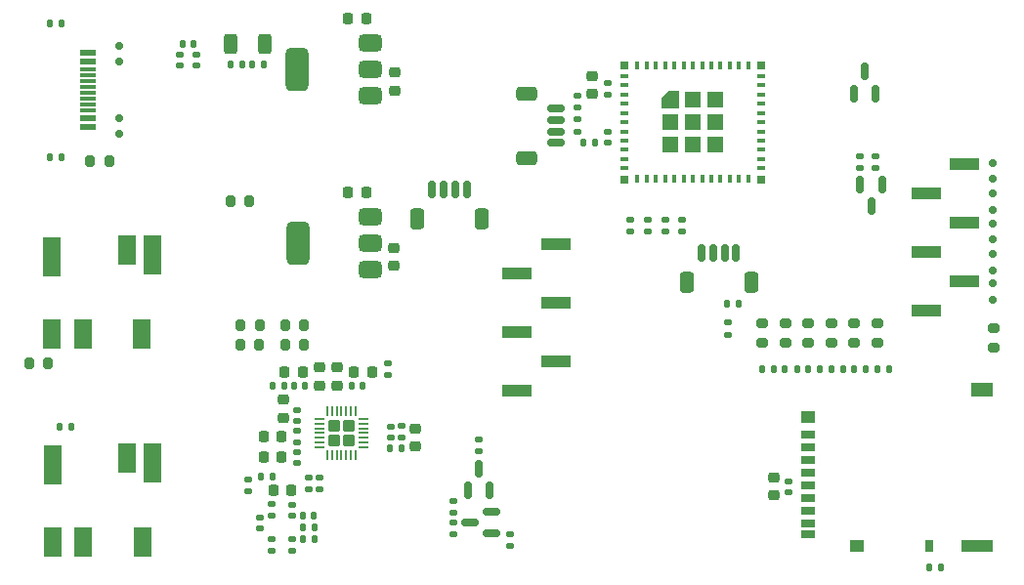
<source format=gbr>
%TF.GenerationSoftware,KiCad,Pcbnew,8.0.8-8.0.8-0~ubuntu24.04.1*%
%TF.CreationDate,2025-05-06T14:12:03+03:00*%
%TF.ProjectId,kicad_soundcard_dev_v0,6b696361-645f-4736-9f75-6e6463617264,rev?*%
%TF.SameCoordinates,Original*%
%TF.FileFunction,Paste,Top*%
%TF.FilePolarity,Positive*%
%FSLAX46Y46*%
G04 Gerber Fmt 4.6, Leading zero omitted, Abs format (unit mm)*
G04 Created by KiCad (PCBNEW 8.0.8-8.0.8-0~ubuntu24.04.1) date 2025-05-06 14:12:03*
%MOMM*%
%LPD*%
G01*
G04 APERTURE LIST*
G04 Aperture macros list*
%AMRoundRect*
0 Rectangle with rounded corners*
0 $1 Rounding radius*
0 $2 $3 $4 $5 $6 $7 $8 $9 X,Y pos of 4 corners*
0 Add a 4 corners polygon primitive as box body*
4,1,4,$2,$3,$4,$5,$6,$7,$8,$9,$2,$3,0*
0 Add four circle primitives for the rounded corners*
1,1,$1+$1,$2,$3*
1,1,$1+$1,$4,$5*
1,1,$1+$1,$6,$7*
1,1,$1+$1,$8,$9*
0 Add four rect primitives between the rounded corners*
20,1,$1+$1,$2,$3,$4,$5,0*
20,1,$1+$1,$4,$5,$6,$7,0*
20,1,$1+$1,$6,$7,$8,$9,0*
20,1,$1+$1,$8,$9,$2,$3,0*%
%AMFreePoly0*
4,1,6,0.725000,-0.725000,-0.725000,-0.725000,-0.725000,0.125000,-0.125000,0.725000,0.725000,0.725000,0.725000,-0.725000,0.725000,-0.725000,$1*%
G04 Aperture macros list end*
%ADD10R,0.800000X0.400000*%
%ADD11R,0.400000X0.800000*%
%ADD12FreePoly0,0.000000*%
%ADD13R,1.450000X1.450000*%
%ADD14R,0.700000X0.700000*%
%ADD15RoundRect,0.135000X0.185000X-0.135000X0.185000X0.135000X-0.185000X0.135000X-0.185000X-0.135000X0*%
%ADD16RoundRect,0.140000X-0.170000X0.140000X-0.170000X-0.140000X0.170000X-0.140000X0.170000X0.140000X0*%
%ADD17RoundRect,0.135000X-0.185000X0.135000X-0.185000X-0.135000X0.185000X-0.135000X0.185000X0.135000X0*%
%ADD18RoundRect,0.225000X-0.250000X0.225000X-0.250000X-0.225000X0.250000X-0.225000X0.250000X0.225000X0*%
%ADD19R,2.510000X1.000000*%
%ADD20RoundRect,0.140000X0.140000X0.170000X-0.140000X0.170000X-0.140000X-0.170000X0.140000X-0.170000X0*%
%ADD21RoundRect,0.250000X-0.312500X-0.625000X0.312500X-0.625000X0.312500X0.625000X-0.312500X0.625000X0*%
%ADD22RoundRect,0.150000X0.150000X-0.587500X0.150000X0.587500X-0.150000X0.587500X-0.150000X-0.587500X0*%
%ADD23RoundRect,0.140000X0.170000X-0.140000X0.170000X0.140000X-0.170000X0.140000X-0.170000X-0.140000X0*%
%ADD24RoundRect,0.200000X0.275000X-0.200000X0.275000X0.200000X-0.275000X0.200000X-0.275000X-0.200000X0*%
%ADD25RoundRect,0.135000X-0.135000X-0.185000X0.135000X-0.185000X0.135000X0.185000X-0.135000X0.185000X0*%
%ADD26RoundRect,0.200000X0.200000X0.275000X-0.200000X0.275000X-0.200000X-0.275000X0.200000X-0.275000X0*%
%ADD27RoundRect,0.225000X0.225000X0.250000X-0.225000X0.250000X-0.225000X-0.250000X0.225000X-0.250000X0*%
%ADD28R,1.500000X2.500000*%
%ADD29R,1.500000X3.400000*%
%ADD30RoundRect,0.225000X-0.225000X-0.250000X0.225000X-0.250000X0.225000X0.250000X-0.225000X0.250000X0*%
%ADD31RoundRect,0.150000X-0.150000X0.587500X-0.150000X-0.587500X0.150000X-0.587500X0.150000X0.587500X0*%
%ADD32RoundRect,0.150000X0.200000X-0.150000X0.200000X0.150000X-0.200000X0.150000X-0.200000X-0.150000X0*%
%ADD33R,1.450000X0.600000*%
%ADD34R,1.450000X0.300000*%
%ADD35RoundRect,0.140000X-0.140000X-0.170000X0.140000X-0.170000X0.140000X0.170000X-0.140000X0.170000X0*%
%ADD36RoundRect,0.200000X-0.200000X-0.275000X0.200000X-0.275000X0.200000X0.275000X-0.200000X0.275000X0*%
%ADD37RoundRect,0.135000X0.135000X0.185000X-0.135000X0.185000X-0.135000X-0.185000X0.135000X-0.185000X0*%
%ADD38RoundRect,0.150000X-0.200000X0.150000X-0.200000X-0.150000X0.200000X-0.150000X0.200000X0.150000X0*%
%ADD39RoundRect,0.225000X0.250000X-0.225000X0.250000X0.225000X-0.250000X0.225000X-0.250000X-0.225000X0*%
%ADD40RoundRect,0.147500X0.147500X0.172500X-0.147500X0.172500X-0.147500X-0.172500X0.147500X-0.172500X0*%
%ADD41RoundRect,0.250000X0.275000X0.275000X-0.275000X0.275000X-0.275000X-0.275000X0.275000X-0.275000X0*%
%ADD42RoundRect,0.050000X0.387500X0.050000X-0.387500X0.050000X-0.387500X-0.050000X0.387500X-0.050000X0*%
%ADD43RoundRect,0.050000X0.050000X0.387500X-0.050000X0.387500X-0.050000X-0.387500X0.050000X-0.387500X0*%
%ADD44RoundRect,0.150000X0.150000X0.625000X-0.150000X0.625000X-0.150000X-0.625000X0.150000X-0.625000X0*%
%ADD45RoundRect,0.250000X0.350000X0.650000X-0.350000X0.650000X-0.350000X-0.650000X0.350000X-0.650000X0*%
%ADD46RoundRect,0.375000X0.625000X0.375000X-0.625000X0.375000X-0.625000X-0.375000X0.625000X-0.375000X0*%
%ADD47RoundRect,0.500000X0.500000X1.400000X-0.500000X1.400000X-0.500000X-1.400000X0.500000X-1.400000X0*%
%ADD48RoundRect,0.150000X0.625000X-0.150000X0.625000X0.150000X-0.625000X0.150000X-0.625000X-0.150000X0*%
%ADD49RoundRect,0.250000X0.650000X-0.350000X0.650000X0.350000X-0.650000X0.350000X-0.650000X-0.350000X0*%
%ADD50RoundRect,0.150000X0.587500X0.150000X-0.587500X0.150000X-0.587500X-0.150000X0.587500X-0.150000X0*%
%ADD51RoundRect,0.147500X-0.147500X-0.172500X0.147500X-0.172500X0.147500X0.172500X-0.147500X0.172500X0*%
%ADD52R,1.200000X0.700000*%
%ADD53R,0.800000X1.000000*%
%ADD54R,1.200000X1.000000*%
%ADD55R,2.800000X1.000000*%
%ADD56R,1.900000X1.300000*%
G04 APERTURE END LIST*
D10*
%TO.C,U201*%
X192600000Y-67300000D03*
X192600000Y-68100000D03*
X192600000Y-68900000D03*
X192600000Y-69700000D03*
X192600000Y-70500000D03*
X192600000Y-71300000D03*
X192600000Y-72100000D03*
X192600000Y-72900000D03*
X192600000Y-73700000D03*
X192600000Y-74500000D03*
X192600000Y-75300000D03*
D11*
X193700000Y-76200000D03*
X194500000Y-76200000D03*
X195300000Y-76200000D03*
X196100000Y-76200000D03*
X196900000Y-76200000D03*
X197700000Y-76200000D03*
X198500000Y-76200000D03*
X199300000Y-76200000D03*
X200100000Y-76200000D03*
X200900000Y-76200000D03*
X201700000Y-76200000D03*
X202500000Y-76200000D03*
X203300000Y-76200000D03*
D10*
X204400000Y-75300000D03*
X204400000Y-74500000D03*
X204400000Y-73700000D03*
X204400000Y-72900000D03*
X204400000Y-72100000D03*
X204400000Y-71300000D03*
X204400000Y-70500000D03*
X204400000Y-69700000D03*
X204400000Y-68900000D03*
X204400000Y-68100000D03*
X204400000Y-67300000D03*
D11*
X203300000Y-66400000D03*
X202500000Y-66400000D03*
X201700000Y-66400000D03*
X200900000Y-66400000D03*
X200100000Y-66400000D03*
X199300000Y-66400000D03*
X198500000Y-66400000D03*
X197700000Y-66400000D03*
X196900000Y-66400000D03*
X196100000Y-66400000D03*
X195300000Y-66400000D03*
X194500000Y-66400000D03*
X193700000Y-66400000D03*
D12*
X196525000Y-69325000D03*
D13*
X196525000Y-71300000D03*
X196525000Y-73275000D03*
X198500000Y-69325000D03*
X198500000Y-71300000D03*
X198500000Y-73275000D03*
X200475000Y-69325000D03*
X200475000Y-71300000D03*
X200475000Y-73275000D03*
D14*
X204450000Y-66350000D03*
X204450000Y-76250000D03*
X192550000Y-76250000D03*
X192550000Y-66350000D03*
%TD*%
D15*
%TO.C,R202*%
X188500000Y-72100000D03*
X188500000Y-71080000D03*
%TD*%
D16*
%TO.C,C416*%
X166187500Y-102150000D03*
X166187500Y-103110000D03*
%TD*%
D17*
%TO.C,R415*%
X162000000Y-107440000D03*
X162000000Y-108460000D03*
%TD*%
D18*
%TO.C,C106*%
X172630000Y-67015000D03*
X172630000Y-68565000D03*
%TD*%
D17*
%TO.C,R405*%
X196100000Y-79780000D03*
X196100000Y-80800000D03*
%TD*%
D19*
%TO.C,J203*%
X186600000Y-81850000D03*
X183290000Y-84390000D03*
X186600000Y-86930000D03*
X183290000Y-89470000D03*
X186600000Y-92010000D03*
X183290000Y-94550000D03*
%TD*%
D20*
%TO.C,C418*%
X165680000Y-105450000D03*
X164720000Y-105450000D03*
%TD*%
D21*
%TO.C,R106*%
X158465000Y-64520000D03*
X161390000Y-64520000D03*
%TD*%
D16*
%TO.C,C419*%
X161000000Y-105570000D03*
X161000000Y-106530000D03*
%TD*%
D17*
%TO.C,R422*%
X177750000Y-104140000D03*
X177750000Y-105160000D03*
%TD*%
D22*
%TO.C,Q402*%
X179000000Y-103225000D03*
X180900000Y-103225000D03*
X179950000Y-101350000D03*
%TD*%
D23*
%TO.C,C402*%
X172287500Y-98630000D03*
X172287500Y-97670000D03*
%TD*%
D16*
%TO.C,C101*%
X154075000Y-65460000D03*
X154075000Y-66420000D03*
%TD*%
D24*
%TO.C,R216*%
X208500000Y-90425000D03*
X208500000Y-88775000D03*
%TD*%
%TO.C,R221*%
X224600000Y-90825000D03*
X224600000Y-89175000D03*
%TD*%
D20*
%TO.C,C420*%
X165700000Y-107450000D03*
X164740000Y-107450000D03*
%TD*%
D25*
%TO.C,R213*%
X206490000Y-92700000D03*
X207510000Y-92700000D03*
%TD*%
D26*
%TO.C,R420*%
X142625000Y-92200000D03*
X140975000Y-92200000D03*
%TD*%
D17*
%TO.C,R206*%
X212995000Y-74280000D03*
X212995000Y-75300000D03*
%TD*%
D25*
%TO.C,R101*%
X142740000Y-74300000D03*
X143760000Y-74300000D03*
%TD*%
D24*
%TO.C,R219*%
X214500000Y-90400000D03*
X214500000Y-88750000D03*
%TD*%
D18*
%TO.C,C405*%
X162990000Y-95360000D03*
X162990000Y-96910000D03*
%TD*%
D15*
%TO.C,R423*%
X177750000Y-107060000D03*
X177750000Y-106040000D03*
%TD*%
D23*
%TO.C,C411*%
X164190000Y-100850000D03*
X164190000Y-99890000D03*
%TD*%
D18*
%TO.C,C425*%
X167650000Y-92575000D03*
X167650000Y-94125000D03*
%TD*%
D27*
%TO.C,C103*%
X170175000Y-77400000D03*
X168625000Y-77400000D03*
%TD*%
D24*
%TO.C,R217*%
X210500000Y-90425000D03*
X210500000Y-88775000D03*
%TD*%
%TO.C,R214*%
X206500000Y-90425000D03*
X206500000Y-88775000D03*
%TD*%
D17*
%TO.C,R406*%
X194600000Y-79790000D03*
X194600000Y-80810000D03*
%TD*%
%TO.C,R424*%
X179950000Y-98840000D03*
X179950000Y-99860000D03*
%TD*%
D28*
%TO.C,J401*%
X145700000Y-107700000D03*
X150800000Y-107700000D03*
D29*
X143000000Y-101050000D03*
D28*
X143000000Y-107700000D03*
X149500000Y-100400000D03*
D29*
X151700000Y-100850000D03*
%TD*%
D17*
%TO.C,R411*%
X162000000Y-104430000D03*
X162000000Y-105450000D03*
%TD*%
D24*
%TO.C,R218*%
X212500000Y-90425000D03*
X212500000Y-88775000D03*
%TD*%
D17*
%TO.C,R414*%
X159987500Y-102240000D03*
X159987500Y-103260000D03*
%TD*%
D25*
%TO.C,R412*%
X143590000Y-97700000D03*
X144610000Y-97700000D03*
%TD*%
D30*
%TO.C,C423*%
X162150000Y-103250000D03*
X163700000Y-103250000D03*
%TD*%
D26*
%TO.C,R418*%
X160925000Y-90600000D03*
X159275000Y-90600000D03*
%TD*%
D16*
%TO.C,C417*%
X163800000Y-104470000D03*
X163800000Y-105430000D03*
%TD*%
D31*
%TO.C,Q202*%
X214895000Y-76740000D03*
X212995000Y-76740000D03*
X213945000Y-78615000D03*
%TD*%
D18*
%TO.C,C206*%
X205500000Y-102125000D03*
X205500000Y-103675000D03*
%TD*%
D32*
%TO.C,D101*%
X148750000Y-64650000D03*
X148750000Y-66050000D03*
%TD*%
D27*
%TO.C,C105*%
X170175000Y-62350000D03*
X168625000Y-62350000D03*
%TD*%
D17*
%TO.C,R404*%
X197600000Y-79790000D03*
X197600000Y-80810000D03*
%TD*%
D16*
%TO.C,C207*%
X206800000Y-102420000D03*
X206800000Y-103380000D03*
%TD*%
D33*
%TO.C,J101*%
X146085000Y-65250000D03*
X146085000Y-66050000D03*
D34*
X146085000Y-67250000D03*
X146085000Y-68250000D03*
X146085000Y-68750000D03*
X146085000Y-69750000D03*
D33*
X146085000Y-70950000D03*
X146085000Y-71750000D03*
X146085000Y-71750000D03*
X146085000Y-70950000D03*
D34*
X146085000Y-70250000D03*
X146085000Y-69250000D03*
X146085000Y-67750000D03*
X146085000Y-66750000D03*
D33*
X146085000Y-66050000D03*
X146085000Y-65250000D03*
%TD*%
D19*
%TO.C,J202*%
X218700000Y-87660000D03*
X222010000Y-85120000D03*
X218700000Y-82580000D03*
X222010000Y-80040000D03*
X218700000Y-77500000D03*
X222010000Y-74960000D03*
%TD*%
D35*
%TO.C,C422*%
X164740000Y-106450000D03*
X165700000Y-106450000D03*
%TD*%
D36*
%TO.C,R416*%
X163150000Y-90600000D03*
X164800000Y-90600000D03*
%TD*%
D37*
%TO.C,R413*%
X162110000Y-102050000D03*
X161090000Y-102050000D03*
%TD*%
D23*
%TO.C,C205*%
X191150000Y-73100000D03*
X191150000Y-72140000D03*
%TD*%
D38*
%TO.C,D201*%
X224500000Y-86680000D03*
X224500000Y-85280000D03*
%TD*%
D37*
%TO.C,R403*%
X163085000Y-94175000D03*
X162065000Y-94175000D03*
%TD*%
D25*
%TO.C,R204*%
X201460000Y-87070000D03*
X202480000Y-87070000D03*
%TD*%
D39*
%TO.C,C401*%
X174487500Y-99425000D03*
X174487500Y-97875000D03*
%TD*%
D26*
%TO.C,R419*%
X160950000Y-88900000D03*
X159300000Y-88900000D03*
%TD*%
D40*
%TO.C,D103*%
X161300000Y-66320000D03*
X160330000Y-66320000D03*
%TD*%
D32*
%TO.C,D202*%
X224500000Y-82760000D03*
X224500000Y-84160000D03*
%TD*%
D36*
%TO.C,R103*%
X146275000Y-74650000D03*
X147925000Y-74650000D03*
%TD*%
D27*
%TO.C,C412*%
X162882500Y-100320000D03*
X161332500Y-100320000D03*
%TD*%
D36*
%TO.C,R417*%
X163150000Y-88900000D03*
X164800000Y-88900000D03*
%TD*%
D16*
%TO.C,C415*%
X165187500Y-102150000D03*
X165187500Y-103110000D03*
%TD*%
D41*
%TO.C,U401*%
X168700000Y-98900000D03*
X168700000Y-97600000D03*
X167400000Y-98900000D03*
X167400000Y-97600000D03*
D42*
X169987500Y-99450000D03*
X169987500Y-99050000D03*
X169987500Y-98650000D03*
X169987500Y-98250000D03*
X169987500Y-97850000D03*
X169987500Y-97450000D03*
X169987500Y-97050000D03*
D43*
X169250000Y-96312500D03*
X168850000Y-96312500D03*
X168450000Y-96312500D03*
X168050000Y-96312500D03*
X167650000Y-96312500D03*
X167250000Y-96312500D03*
X166850000Y-96312500D03*
D42*
X166112500Y-97050000D03*
X166112500Y-97450000D03*
X166112500Y-97850000D03*
X166112500Y-98250000D03*
X166112500Y-98650000D03*
X166112500Y-99050000D03*
X166112500Y-99450000D03*
D43*
X166850000Y-100187500D03*
X167250000Y-100187500D03*
X167650000Y-100187500D03*
X168050000Y-100187500D03*
X168450000Y-100187500D03*
X168850000Y-100187500D03*
X169250000Y-100187500D03*
%TD*%
D15*
%TO.C,R203*%
X201500000Y-89710000D03*
X201500000Y-88690000D03*
%TD*%
D23*
%TO.C,C202*%
X191150000Y-68880000D03*
X191150000Y-67920000D03*
%TD*%
D44*
%TO.C,J206*%
X202250000Y-82625000D03*
X201250000Y-82625000D03*
X200250000Y-82625000D03*
X199250000Y-82625000D03*
D45*
X203550000Y-85150000D03*
X197950000Y-85150000D03*
%TD*%
D27*
%TO.C,C408*%
X170700000Y-92975000D03*
X169150000Y-92975000D03*
%TD*%
D15*
%TO.C,R205*%
X214295000Y-75300000D03*
X214295000Y-74280000D03*
%TD*%
D25*
%TO.C,R208*%
X214480000Y-92700000D03*
X215500000Y-92700000D03*
%TD*%
D46*
%TO.C,U102*%
X170530000Y-69027500D03*
X170530000Y-66727500D03*
D47*
X164230000Y-66727500D03*
D46*
X170530000Y-64427500D03*
%TD*%
D25*
%TO.C,R211*%
X208490000Y-92700000D03*
X209510000Y-92700000D03*
%TD*%
D16*
%TO.C,C102*%
X155475000Y-65440000D03*
X155475000Y-66400000D03*
%TD*%
D17*
%TO.C,R402*%
X173287500Y-97640000D03*
X173287500Y-98660000D03*
%TD*%
D48*
%TO.C,J205*%
X186625000Y-73100000D03*
X186625000Y-72100000D03*
X186625000Y-71100000D03*
X186625000Y-70100000D03*
D49*
X184100000Y-74400000D03*
X184100000Y-68800000D03*
%TD*%
D44*
%TO.C,J204*%
X178900000Y-77175000D03*
X177900000Y-77175000D03*
X176900000Y-77175000D03*
X175900000Y-77175000D03*
D45*
X180200000Y-79700000D03*
X174600000Y-79700000D03*
%TD*%
D25*
%TO.C,R210*%
X210480000Y-92700000D03*
X211500000Y-92700000D03*
%TD*%
D30*
%TO.C,C403*%
X163125000Y-92975000D03*
X164675000Y-92975000D03*
%TD*%
D36*
%TO.C,R105*%
X158425000Y-78150000D03*
X160075000Y-78150000D03*
%TD*%
D17*
%TO.C,R408*%
X172100000Y-92240000D03*
X172100000Y-93260000D03*
%TD*%
D37*
%TO.C,R207*%
X190010000Y-73100000D03*
X188990000Y-73100000D03*
%TD*%
D22*
%TO.C,Q201*%
X212450000Y-68800000D03*
X214350000Y-68800000D03*
X213400000Y-66925000D03*
%TD*%
D16*
%TO.C,C406*%
X164190000Y-96255000D03*
X164190000Y-97215000D03*
%TD*%
D18*
%TO.C,C104*%
X172550000Y-82225000D03*
X172550000Y-83775000D03*
%TD*%
D32*
%TO.C,D204*%
X224500000Y-77480000D03*
X224500000Y-78880000D03*
%TD*%
D23*
%TO.C,C409*%
X164190000Y-99030000D03*
X164190000Y-98070000D03*
%TD*%
D38*
%TO.C,D203*%
X224500000Y-81480000D03*
X224500000Y-80080000D03*
%TD*%
%TO.C,D102*%
X148750000Y-72350000D03*
X148750000Y-70950000D03*
%TD*%
D24*
%TO.C,R215*%
X204500000Y-90425000D03*
X204500000Y-88775000D03*
%TD*%
D46*
%TO.C,U101*%
X170550000Y-84100000D03*
X170550000Y-81800000D03*
D47*
X164250000Y-81800000D03*
D46*
X170550000Y-79500000D03*
%TD*%
D17*
%TO.C,R421*%
X182650000Y-107050000D03*
X182650000Y-108070000D03*
%TD*%
D25*
%TO.C,R102*%
X142740000Y-62700000D03*
X143760000Y-62700000D03*
%TD*%
%TO.C,R220*%
X218970000Y-109895000D03*
X219990000Y-109895000D03*
%TD*%
D17*
%TO.C,R407*%
X193100000Y-79790000D03*
X193100000Y-80810000D03*
%TD*%
D38*
%TO.C,D205*%
X224500000Y-76220000D03*
X224500000Y-74820000D03*
%TD*%
D39*
%TO.C,C201*%
X189800000Y-68875000D03*
X189800000Y-67325000D03*
%TD*%
D17*
%TO.C,R201*%
X188500000Y-69040000D03*
X188500000Y-70060000D03*
%TD*%
D16*
%TO.C,C421*%
X163800000Y-107470000D03*
X163800000Y-108430000D03*
%TD*%
D20*
%TO.C,C407*%
X169880000Y-94175000D03*
X168920000Y-94175000D03*
%TD*%
D50*
%TO.C,Q401*%
X181087500Y-106937500D03*
X181087500Y-105037500D03*
X179212500Y-105987500D03*
%TD*%
D35*
%TO.C,C404*%
X163945000Y-94175000D03*
X164905000Y-94175000D03*
%TD*%
D18*
%TO.C,C424*%
X166175000Y-92575000D03*
X166175000Y-94125000D03*
%TD*%
D25*
%TO.C,R104*%
X158417500Y-66320000D03*
X159437500Y-66320000D03*
%TD*%
D28*
%TO.C,J402*%
X145650000Y-89650000D03*
X150750000Y-89650000D03*
D29*
X142950000Y-83000000D03*
D28*
X142950000Y-89650000D03*
X149450000Y-82350000D03*
D29*
X151650000Y-82800000D03*
%TD*%
D25*
%TO.C,R209*%
X212490000Y-92700000D03*
X213510000Y-92700000D03*
%TD*%
D51*
%TO.C,L101*%
X154290000Y-64520000D03*
X155260000Y-64520000D03*
%TD*%
D25*
%TO.C,R212*%
X204490000Y-92700000D03*
X205510000Y-92700000D03*
%TD*%
%TO.C,R401*%
X172277500Y-99550000D03*
X173297500Y-99550000D03*
%TD*%
D30*
%TO.C,C410*%
X161335000Y-98540000D03*
X162885000Y-98540000D03*
%TD*%
D52*
%TO.C,J201*%
X208450000Y-98400000D03*
X208450000Y-99500000D03*
X208450000Y-100600000D03*
X208450000Y-101700000D03*
X208450000Y-102800000D03*
X208450000Y-103900000D03*
X208450000Y-105000000D03*
X208450000Y-106100000D03*
X208450000Y-107050000D03*
D53*
X218950000Y-108000000D03*
D54*
X212750000Y-108000000D03*
D55*
X223100000Y-108000000D03*
D54*
X208450000Y-96850000D03*
D56*
X223550000Y-94500000D03*
%TD*%
M02*

</source>
